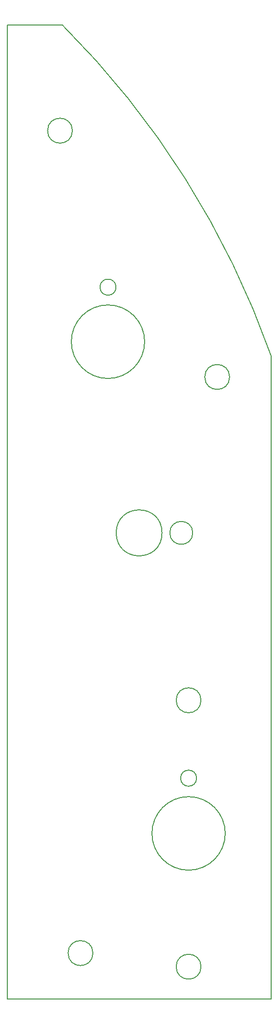
<source format=gbr>
%TF.GenerationSoftware,KiCad,Pcbnew,(5.1.6)-1*%
%TF.CreationDate,2020-11-25T11:49:15+11:00*%
%TF.ProjectId,SPIN RCV Panel PCB V1,5350494e-2052-4435-9620-50616e656c20,rev?*%
%TF.SameCoordinates,Original*%
%TF.FileFunction,Profile,NP*%
%FSLAX46Y46*%
G04 Gerber Fmt 4.6, Leading zero omitted, Abs format (unit mm)*
G04 Created by KiCad (PCBNEW (5.1.6)-1) date 2020-11-25 11:49:15*
%MOMM*%
%LPD*%
G01*
G04 APERTURE LIST*
%TA.AperFunction,Profile*%
%ADD10C,0.200000*%
%TD*%
G04 APERTURE END LIST*
D10*
X264206273Y-156240190D02*
G75*
G03*
X264206273Y-156240190I-2152650J0D01*
G01*
X230621123Y-161822936D02*
X276341123Y-161822936D01*
X240146123Y6452064D02*
X230621123Y6452064D01*
X262766615Y-81304936D02*
G75*
G03*
X262766615Y-81304936I-1984375J0D01*
G01*
X245473772Y-153885436D02*
G75*
G03*
X245473772Y-153885436I-2152649J0D01*
G01*
X276341123Y-161822936D02*
X276341123Y-50697936D01*
X263442748Y-123676578D02*
G75*
G03*
X263442748Y-123676578I-1389125J0D01*
G01*
X254433623Y-48284936D02*
G75*
G03*
X254433623Y-48284936I-6350000J0D01*
G01*
X268403623Y-133215091D02*
G75*
G03*
X268403623Y-133215091I-6350000J0D01*
G01*
X230621123Y6452064D02*
X230621123Y-161822936D01*
X264206273Y-110215391D02*
G75*
G03*
X264206273Y-110215391I-2152650J0D01*
G01*
X249474884Y-38868717D02*
G75*
G03*
X249474884Y-38868717I-1389126J0D01*
G01*
X257449873Y-81304936D02*
G75*
G03*
X257449873Y-81304936I-3968750J0D01*
G01*
X241917773Y-11835936D02*
G75*
G03*
X241917773Y-11835936I-2152650J0D01*
G01*
X269159273Y-54380936D02*
G75*
G03*
X269159273Y-54380936I-2152650J0D01*
G01*
X240146123Y6452064D02*
G75*
G02*
X276341123Y-50697937I-107441903J-108083289D01*
G01*
M02*

</source>
